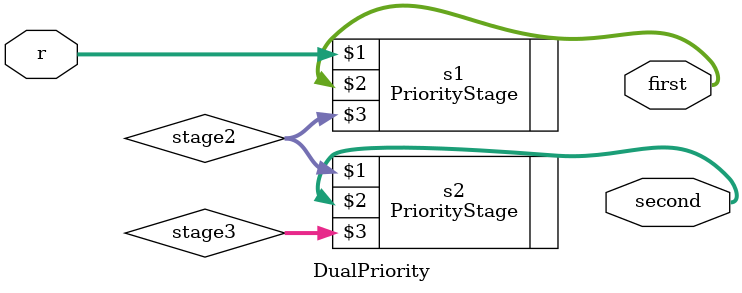
<source format=v>

`timescale 1ns / 1ps

module DualPriority( input wire [12:1] r, output wire [3:0] first , output wire [3:0] second );

wire [12:1] stage2, stage3;

PriorityStage s1( r, first, stage2 );
PriorityStage s2( stage2, second, stage3 );

endmodule

</source>
